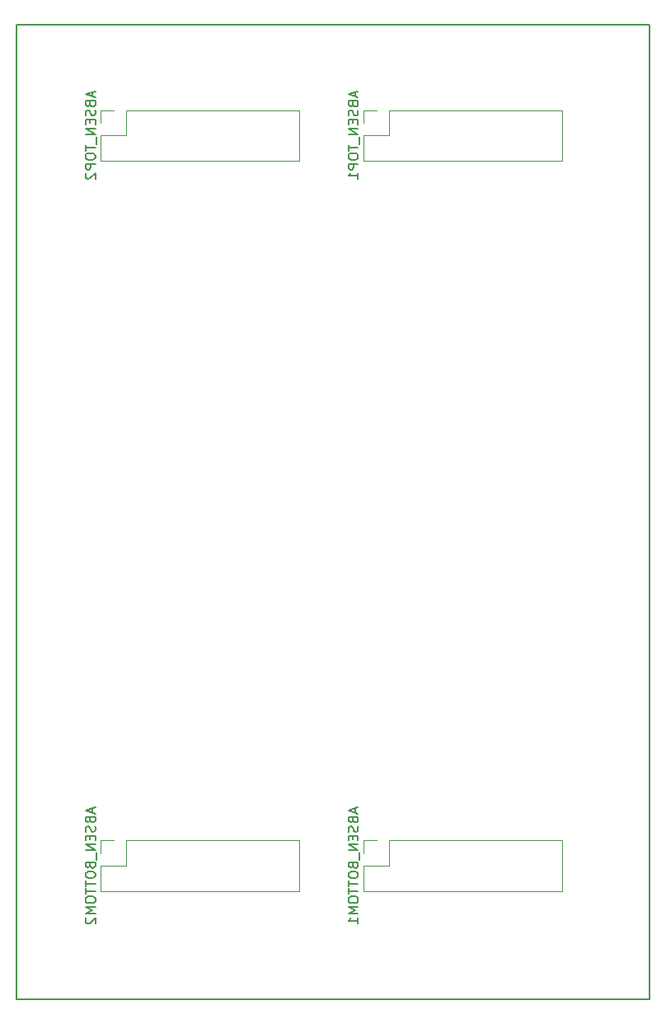
<source format=gbo>
G04 #@! TF.FileFunction,Legend,Bot*
%FSLAX46Y46*%
G04 Gerber Fmt 4.6, Leading zero omitted, Abs format (unit mm)*
G04 Created by KiCad (PCBNEW 4.0.7) date 2018 February 26, Monday 17:11:22*
%MOMM*%
%LPD*%
G01*
G04 APERTURE LIST*
%ADD10C,0.100000*%
%ADD11C,0.150000*%
%ADD12C,0.120000*%
G04 APERTURE END LIST*
D10*
D11*
X140000000Y-45000000D02*
X75000000Y-45000000D01*
X140000000Y-145000000D02*
X140000000Y-45000000D01*
X75000000Y-145000000D02*
X140000000Y-145000000D01*
X75000000Y-45000000D02*
X75000000Y-145000000D01*
D12*
X131070000Y-128730000D02*
X131070000Y-133930000D01*
X113230000Y-128730000D02*
X131070000Y-128730000D01*
X110630000Y-133930000D02*
X131070000Y-133930000D01*
X113230000Y-128730000D02*
X113230000Y-131330000D01*
X113230000Y-131330000D02*
X110630000Y-131330000D01*
X110630000Y-131330000D02*
X110630000Y-133930000D01*
X111960000Y-128730000D02*
X110630000Y-128730000D01*
X110630000Y-128730000D02*
X110630000Y-130060000D01*
X104070000Y-128730000D02*
X104070000Y-133930000D01*
X86230000Y-128730000D02*
X104070000Y-128730000D01*
X83630000Y-133930000D02*
X104070000Y-133930000D01*
X86230000Y-128730000D02*
X86230000Y-131330000D01*
X86230000Y-131330000D02*
X83630000Y-131330000D01*
X83630000Y-131330000D02*
X83630000Y-133930000D01*
X84960000Y-128730000D02*
X83630000Y-128730000D01*
X83630000Y-128730000D02*
X83630000Y-130060000D01*
X131070000Y-53730000D02*
X131070000Y-58930000D01*
X113230000Y-53730000D02*
X131070000Y-53730000D01*
X110630000Y-58930000D02*
X131070000Y-58930000D01*
X113230000Y-53730000D02*
X113230000Y-56330000D01*
X113230000Y-56330000D02*
X110630000Y-56330000D01*
X110630000Y-56330000D02*
X110630000Y-58930000D01*
X111960000Y-53730000D02*
X110630000Y-53730000D01*
X110630000Y-53730000D02*
X110630000Y-55060000D01*
X104070000Y-53730000D02*
X104070000Y-58930000D01*
X86230000Y-53730000D02*
X104070000Y-53730000D01*
X83630000Y-58930000D02*
X104070000Y-58930000D01*
X86230000Y-53730000D02*
X86230000Y-56330000D01*
X86230000Y-56330000D02*
X83630000Y-56330000D01*
X83630000Y-56330000D02*
X83630000Y-58930000D01*
X84960000Y-53730000D02*
X83630000Y-53730000D01*
X83630000Y-53730000D02*
X83630000Y-55060000D01*
D11*
X109796667Y-125401428D02*
X109796667Y-125877619D01*
X110082381Y-125306190D02*
X109082381Y-125639523D01*
X110082381Y-125972857D01*
X109558571Y-126639524D02*
X109606190Y-126782381D01*
X109653810Y-126830000D01*
X109749048Y-126877619D01*
X109891905Y-126877619D01*
X109987143Y-126830000D01*
X110034762Y-126782381D01*
X110082381Y-126687143D01*
X110082381Y-126306190D01*
X109082381Y-126306190D01*
X109082381Y-126639524D01*
X109130000Y-126734762D01*
X109177619Y-126782381D01*
X109272857Y-126830000D01*
X109368095Y-126830000D01*
X109463333Y-126782381D01*
X109510952Y-126734762D01*
X109558571Y-126639524D01*
X109558571Y-126306190D01*
X110034762Y-127258571D02*
X110082381Y-127401428D01*
X110082381Y-127639524D01*
X110034762Y-127734762D01*
X109987143Y-127782381D01*
X109891905Y-127830000D01*
X109796667Y-127830000D01*
X109701429Y-127782381D01*
X109653810Y-127734762D01*
X109606190Y-127639524D01*
X109558571Y-127449047D01*
X109510952Y-127353809D01*
X109463333Y-127306190D01*
X109368095Y-127258571D01*
X109272857Y-127258571D01*
X109177619Y-127306190D01*
X109130000Y-127353809D01*
X109082381Y-127449047D01*
X109082381Y-127687143D01*
X109130000Y-127830000D01*
X109558571Y-128258571D02*
X109558571Y-128591905D01*
X110082381Y-128734762D02*
X110082381Y-128258571D01*
X109082381Y-128258571D01*
X109082381Y-128734762D01*
X110082381Y-129163333D02*
X109082381Y-129163333D01*
X110082381Y-129734762D01*
X109082381Y-129734762D01*
X110177619Y-129972857D02*
X110177619Y-130734762D01*
X109558571Y-131306191D02*
X109606190Y-131449048D01*
X109653810Y-131496667D01*
X109749048Y-131544286D01*
X109891905Y-131544286D01*
X109987143Y-131496667D01*
X110034762Y-131449048D01*
X110082381Y-131353810D01*
X110082381Y-130972857D01*
X109082381Y-130972857D01*
X109082381Y-131306191D01*
X109130000Y-131401429D01*
X109177619Y-131449048D01*
X109272857Y-131496667D01*
X109368095Y-131496667D01*
X109463333Y-131449048D01*
X109510952Y-131401429D01*
X109558571Y-131306191D01*
X109558571Y-130972857D01*
X109082381Y-132163333D02*
X109082381Y-132353810D01*
X109130000Y-132449048D01*
X109225238Y-132544286D01*
X109415714Y-132591905D01*
X109749048Y-132591905D01*
X109939524Y-132544286D01*
X110034762Y-132449048D01*
X110082381Y-132353810D01*
X110082381Y-132163333D01*
X110034762Y-132068095D01*
X109939524Y-131972857D01*
X109749048Y-131925238D01*
X109415714Y-131925238D01*
X109225238Y-131972857D01*
X109130000Y-132068095D01*
X109082381Y-132163333D01*
X109082381Y-132877619D02*
X109082381Y-133449048D01*
X110082381Y-133163333D02*
X109082381Y-133163333D01*
X109082381Y-133639524D02*
X109082381Y-134210953D01*
X110082381Y-133925238D02*
X109082381Y-133925238D01*
X109082381Y-134734762D02*
X109082381Y-134925239D01*
X109130000Y-135020477D01*
X109225238Y-135115715D01*
X109415714Y-135163334D01*
X109749048Y-135163334D01*
X109939524Y-135115715D01*
X110034762Y-135020477D01*
X110082381Y-134925239D01*
X110082381Y-134734762D01*
X110034762Y-134639524D01*
X109939524Y-134544286D01*
X109749048Y-134496667D01*
X109415714Y-134496667D01*
X109225238Y-134544286D01*
X109130000Y-134639524D01*
X109082381Y-134734762D01*
X110082381Y-135591905D02*
X109082381Y-135591905D01*
X109796667Y-135925239D01*
X109082381Y-136258572D01*
X110082381Y-136258572D01*
X110082381Y-137258572D02*
X110082381Y-136687143D01*
X110082381Y-136972857D02*
X109082381Y-136972857D01*
X109225238Y-136877619D01*
X109320476Y-136782381D01*
X109368095Y-136687143D01*
X82796667Y-125401428D02*
X82796667Y-125877619D01*
X83082381Y-125306190D02*
X82082381Y-125639523D01*
X83082381Y-125972857D01*
X82558571Y-126639524D02*
X82606190Y-126782381D01*
X82653810Y-126830000D01*
X82749048Y-126877619D01*
X82891905Y-126877619D01*
X82987143Y-126830000D01*
X83034762Y-126782381D01*
X83082381Y-126687143D01*
X83082381Y-126306190D01*
X82082381Y-126306190D01*
X82082381Y-126639524D01*
X82130000Y-126734762D01*
X82177619Y-126782381D01*
X82272857Y-126830000D01*
X82368095Y-126830000D01*
X82463333Y-126782381D01*
X82510952Y-126734762D01*
X82558571Y-126639524D01*
X82558571Y-126306190D01*
X83034762Y-127258571D02*
X83082381Y-127401428D01*
X83082381Y-127639524D01*
X83034762Y-127734762D01*
X82987143Y-127782381D01*
X82891905Y-127830000D01*
X82796667Y-127830000D01*
X82701429Y-127782381D01*
X82653810Y-127734762D01*
X82606190Y-127639524D01*
X82558571Y-127449047D01*
X82510952Y-127353809D01*
X82463333Y-127306190D01*
X82368095Y-127258571D01*
X82272857Y-127258571D01*
X82177619Y-127306190D01*
X82130000Y-127353809D01*
X82082381Y-127449047D01*
X82082381Y-127687143D01*
X82130000Y-127830000D01*
X82558571Y-128258571D02*
X82558571Y-128591905D01*
X83082381Y-128734762D02*
X83082381Y-128258571D01*
X82082381Y-128258571D01*
X82082381Y-128734762D01*
X83082381Y-129163333D02*
X82082381Y-129163333D01*
X83082381Y-129734762D01*
X82082381Y-129734762D01*
X83177619Y-129972857D02*
X83177619Y-130734762D01*
X82558571Y-131306191D02*
X82606190Y-131449048D01*
X82653810Y-131496667D01*
X82749048Y-131544286D01*
X82891905Y-131544286D01*
X82987143Y-131496667D01*
X83034762Y-131449048D01*
X83082381Y-131353810D01*
X83082381Y-130972857D01*
X82082381Y-130972857D01*
X82082381Y-131306191D01*
X82130000Y-131401429D01*
X82177619Y-131449048D01*
X82272857Y-131496667D01*
X82368095Y-131496667D01*
X82463333Y-131449048D01*
X82510952Y-131401429D01*
X82558571Y-131306191D01*
X82558571Y-130972857D01*
X82082381Y-132163333D02*
X82082381Y-132353810D01*
X82130000Y-132449048D01*
X82225238Y-132544286D01*
X82415714Y-132591905D01*
X82749048Y-132591905D01*
X82939524Y-132544286D01*
X83034762Y-132449048D01*
X83082381Y-132353810D01*
X83082381Y-132163333D01*
X83034762Y-132068095D01*
X82939524Y-131972857D01*
X82749048Y-131925238D01*
X82415714Y-131925238D01*
X82225238Y-131972857D01*
X82130000Y-132068095D01*
X82082381Y-132163333D01*
X82082381Y-132877619D02*
X82082381Y-133449048D01*
X83082381Y-133163333D02*
X82082381Y-133163333D01*
X82082381Y-133639524D02*
X82082381Y-134210953D01*
X83082381Y-133925238D02*
X82082381Y-133925238D01*
X82082381Y-134734762D02*
X82082381Y-134925239D01*
X82130000Y-135020477D01*
X82225238Y-135115715D01*
X82415714Y-135163334D01*
X82749048Y-135163334D01*
X82939524Y-135115715D01*
X83034762Y-135020477D01*
X83082381Y-134925239D01*
X83082381Y-134734762D01*
X83034762Y-134639524D01*
X82939524Y-134544286D01*
X82749048Y-134496667D01*
X82415714Y-134496667D01*
X82225238Y-134544286D01*
X82130000Y-134639524D01*
X82082381Y-134734762D01*
X83082381Y-135591905D02*
X82082381Y-135591905D01*
X82796667Y-135925239D01*
X82082381Y-136258572D01*
X83082381Y-136258572D01*
X82177619Y-136687143D02*
X82130000Y-136734762D01*
X82082381Y-136830000D01*
X82082381Y-137068096D01*
X82130000Y-137163334D01*
X82177619Y-137210953D01*
X82272857Y-137258572D01*
X82368095Y-137258572D01*
X82510952Y-137210953D01*
X83082381Y-136639524D01*
X83082381Y-137258572D01*
X109796667Y-51877619D02*
X109796667Y-52353810D01*
X110082381Y-51782381D02*
X109082381Y-52115714D01*
X110082381Y-52449048D01*
X109558571Y-53115715D02*
X109606190Y-53258572D01*
X109653810Y-53306191D01*
X109749048Y-53353810D01*
X109891905Y-53353810D01*
X109987143Y-53306191D01*
X110034762Y-53258572D01*
X110082381Y-53163334D01*
X110082381Y-52782381D01*
X109082381Y-52782381D01*
X109082381Y-53115715D01*
X109130000Y-53210953D01*
X109177619Y-53258572D01*
X109272857Y-53306191D01*
X109368095Y-53306191D01*
X109463333Y-53258572D01*
X109510952Y-53210953D01*
X109558571Y-53115715D01*
X109558571Y-52782381D01*
X110034762Y-53734762D02*
X110082381Y-53877619D01*
X110082381Y-54115715D01*
X110034762Y-54210953D01*
X109987143Y-54258572D01*
X109891905Y-54306191D01*
X109796667Y-54306191D01*
X109701429Y-54258572D01*
X109653810Y-54210953D01*
X109606190Y-54115715D01*
X109558571Y-53925238D01*
X109510952Y-53830000D01*
X109463333Y-53782381D01*
X109368095Y-53734762D01*
X109272857Y-53734762D01*
X109177619Y-53782381D01*
X109130000Y-53830000D01*
X109082381Y-53925238D01*
X109082381Y-54163334D01*
X109130000Y-54306191D01*
X109558571Y-54734762D02*
X109558571Y-55068096D01*
X110082381Y-55210953D02*
X110082381Y-54734762D01*
X109082381Y-54734762D01*
X109082381Y-55210953D01*
X110082381Y-55639524D02*
X109082381Y-55639524D01*
X110082381Y-56210953D01*
X109082381Y-56210953D01*
X110177619Y-56449048D02*
X110177619Y-57210953D01*
X109082381Y-57306191D02*
X109082381Y-57877620D01*
X110082381Y-57591905D02*
X109082381Y-57591905D01*
X109082381Y-58401429D02*
X109082381Y-58591906D01*
X109130000Y-58687144D01*
X109225238Y-58782382D01*
X109415714Y-58830001D01*
X109749048Y-58830001D01*
X109939524Y-58782382D01*
X110034762Y-58687144D01*
X110082381Y-58591906D01*
X110082381Y-58401429D01*
X110034762Y-58306191D01*
X109939524Y-58210953D01*
X109749048Y-58163334D01*
X109415714Y-58163334D01*
X109225238Y-58210953D01*
X109130000Y-58306191D01*
X109082381Y-58401429D01*
X110082381Y-59258572D02*
X109082381Y-59258572D01*
X109082381Y-59639525D01*
X109130000Y-59734763D01*
X109177619Y-59782382D01*
X109272857Y-59830001D01*
X109415714Y-59830001D01*
X109510952Y-59782382D01*
X109558571Y-59734763D01*
X109606190Y-59639525D01*
X109606190Y-59258572D01*
X110082381Y-60782382D02*
X110082381Y-60210953D01*
X110082381Y-60496667D02*
X109082381Y-60496667D01*
X109225238Y-60401429D01*
X109320476Y-60306191D01*
X109368095Y-60210953D01*
X82796667Y-51877619D02*
X82796667Y-52353810D01*
X83082381Y-51782381D02*
X82082381Y-52115714D01*
X83082381Y-52449048D01*
X82558571Y-53115715D02*
X82606190Y-53258572D01*
X82653810Y-53306191D01*
X82749048Y-53353810D01*
X82891905Y-53353810D01*
X82987143Y-53306191D01*
X83034762Y-53258572D01*
X83082381Y-53163334D01*
X83082381Y-52782381D01*
X82082381Y-52782381D01*
X82082381Y-53115715D01*
X82130000Y-53210953D01*
X82177619Y-53258572D01*
X82272857Y-53306191D01*
X82368095Y-53306191D01*
X82463333Y-53258572D01*
X82510952Y-53210953D01*
X82558571Y-53115715D01*
X82558571Y-52782381D01*
X83034762Y-53734762D02*
X83082381Y-53877619D01*
X83082381Y-54115715D01*
X83034762Y-54210953D01*
X82987143Y-54258572D01*
X82891905Y-54306191D01*
X82796667Y-54306191D01*
X82701429Y-54258572D01*
X82653810Y-54210953D01*
X82606190Y-54115715D01*
X82558571Y-53925238D01*
X82510952Y-53830000D01*
X82463333Y-53782381D01*
X82368095Y-53734762D01*
X82272857Y-53734762D01*
X82177619Y-53782381D01*
X82130000Y-53830000D01*
X82082381Y-53925238D01*
X82082381Y-54163334D01*
X82130000Y-54306191D01*
X82558571Y-54734762D02*
X82558571Y-55068096D01*
X83082381Y-55210953D02*
X83082381Y-54734762D01*
X82082381Y-54734762D01*
X82082381Y-55210953D01*
X83082381Y-55639524D02*
X82082381Y-55639524D01*
X83082381Y-56210953D01*
X82082381Y-56210953D01*
X83177619Y-56449048D02*
X83177619Y-57210953D01*
X82082381Y-57306191D02*
X82082381Y-57877620D01*
X83082381Y-57591905D02*
X82082381Y-57591905D01*
X82082381Y-58401429D02*
X82082381Y-58591906D01*
X82130000Y-58687144D01*
X82225238Y-58782382D01*
X82415714Y-58830001D01*
X82749048Y-58830001D01*
X82939524Y-58782382D01*
X83034762Y-58687144D01*
X83082381Y-58591906D01*
X83082381Y-58401429D01*
X83034762Y-58306191D01*
X82939524Y-58210953D01*
X82749048Y-58163334D01*
X82415714Y-58163334D01*
X82225238Y-58210953D01*
X82130000Y-58306191D01*
X82082381Y-58401429D01*
X83082381Y-59258572D02*
X82082381Y-59258572D01*
X82082381Y-59639525D01*
X82130000Y-59734763D01*
X82177619Y-59782382D01*
X82272857Y-59830001D01*
X82415714Y-59830001D01*
X82510952Y-59782382D01*
X82558571Y-59734763D01*
X82606190Y-59639525D01*
X82606190Y-59258572D01*
X82177619Y-60210953D02*
X82130000Y-60258572D01*
X82082381Y-60353810D01*
X82082381Y-60591906D01*
X82130000Y-60687144D01*
X82177619Y-60734763D01*
X82272857Y-60782382D01*
X82368095Y-60782382D01*
X82510952Y-60734763D01*
X83082381Y-60163334D01*
X83082381Y-60782382D01*
M02*

</source>
